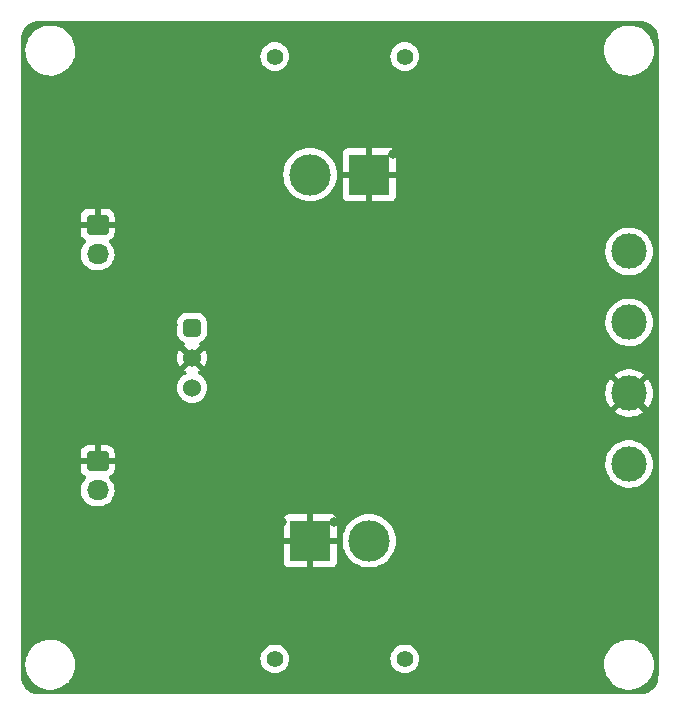
<source format=gbr>
G04 #@! TF.GenerationSoftware,KiCad,Pcbnew,(6.0.7)*
G04 #@! TF.CreationDate,2023-09-14T07:07:10+09:00*
G04 #@! TF.ProjectId,StepDown,53746570-446f-4776-9e2e-6b696361645f,rev?*
G04 #@! TF.SameCoordinates,Original*
G04 #@! TF.FileFunction,Copper,L2,Bot*
G04 #@! TF.FilePolarity,Positive*
%FSLAX46Y46*%
G04 Gerber Fmt 4.6, Leading zero omitted, Abs format (unit mm)*
G04 Created by KiCad (PCBNEW (6.0.7)) date 2023-09-14 07:07:10*
%MOMM*%
%LPD*%
G01*
G04 APERTURE LIST*
G04 Aperture macros list*
%AMRoundRect*
0 Rectangle with rounded corners*
0 $1 Rounding radius*
0 $2 $3 $4 $5 $6 $7 $8 $9 X,Y pos of 4 corners*
0 Add a 4 corners polygon primitive as box body*
4,1,4,$2,$3,$4,$5,$6,$7,$8,$9,$2,$3,0*
0 Add four circle primitives for the rounded corners*
1,1,$1+$1,$2,$3*
1,1,$1+$1,$4,$5*
1,1,$1+$1,$6,$7*
1,1,$1+$1,$8,$9*
0 Add four rect primitives between the rounded corners*
20,1,$1+$1,$2,$3,$4,$5,0*
20,1,$1+$1,$4,$5,$6,$7,0*
20,1,$1+$1,$6,$7,$8,$9,0*
20,1,$1+$1,$8,$9,$2,$3,0*%
G04 Aperture macros list end*
G04 #@! TA.AperFunction,ComponentPad*
%ADD10C,1.400000*%
G04 #@! TD*
G04 #@! TA.AperFunction,ComponentPad*
%ADD11R,3.500000X3.500000*%
G04 #@! TD*
G04 #@! TA.AperFunction,ComponentPad*
%ADD12C,3.500000*%
G04 #@! TD*
G04 #@! TA.AperFunction,ComponentPad*
%ADD13C,3.000000*%
G04 #@! TD*
G04 #@! TA.AperFunction,ComponentPad*
%ADD14RoundRect,0.250000X-0.675000X0.600000X-0.675000X-0.600000X0.675000X-0.600000X0.675000X0.600000X0*%
G04 #@! TD*
G04 #@! TA.AperFunction,ComponentPad*
%ADD15O,1.850000X1.700000*%
G04 #@! TD*
G04 #@! TA.AperFunction,ComponentPad*
%ADD16RoundRect,0.381000X-0.381000X-0.381000X0.381000X-0.381000X0.381000X0.381000X-0.381000X0.381000X0*%
G04 #@! TD*
G04 #@! TA.AperFunction,ComponentPad*
%ADD17C,1.524000*%
G04 #@! TD*
G04 #@! TA.AperFunction,ViaPad*
%ADD18C,0.800000*%
G04 #@! TD*
G04 APERTURE END LIST*
D10*
G04 #@! TO.P,J2,*
G04 #@! TO.N,*
X119000000Y-125500000D03*
X130000000Y-125500000D03*
D11*
G04 #@! TO.P,J2,1,Pin_1*
G04 #@! TO.N,GND*
X122000000Y-115500000D03*
D12*
G04 #@! TO.P,J2,2,Pin_2*
G04 #@! TO.N,+12V*
X127000000Y-115500000D03*
G04 #@! TD*
D13*
G04 #@! TO.P,H1,1,1*
G04 #@! TO.N,LED_Board*
X149000000Y-91000000D03*
G04 #@! TD*
D10*
G04 #@! TO.P,J1,*
G04 #@! TO.N,*
X130000000Y-74500000D03*
X119000000Y-74500000D03*
D11*
G04 #@! TO.P,J1,1,Pin_1*
G04 #@! TO.N,GND*
X127000000Y-84500000D03*
D12*
G04 #@! TO.P,J1,2,Pin_2*
G04 #@! TO.N,+12V*
X122000000Y-84500000D03*
G04 #@! TD*
D13*
G04 #@! TO.P,H2,1,1*
G04 #@! TO.N,+5V*
X149000000Y-97000000D03*
G04 #@! TD*
D14*
G04 #@! TO.P,J4,1,Pin_1*
G04 #@! TO.N,GND*
X104000000Y-88730000D03*
D15*
G04 #@! TO.P,J4,2,Pin_2*
G04 #@! TO.N,DOUT*
X104000000Y-91230000D03*
G04 #@! TD*
D14*
G04 #@! TO.P,J3,1,Pin_1*
G04 #@! TO.N,GND*
X104000000Y-108730000D03*
D15*
G04 #@! TO.P,J3,2,Pin_2*
G04 #@! TO.N,DIN*
X104000000Y-111230000D03*
G04 #@! TD*
D13*
G04 #@! TO.P,H4,1,1*
G04 #@! TO.N,DIN*
X149000000Y-109000000D03*
G04 #@! TD*
D16*
G04 #@! TO.P,SW1,1,A*
G04 #@! TO.N,Net-(MD1-Pad1)*
X112000000Y-97460000D03*
D17*
G04 #@! TO.P,SW1,2,B*
G04 #@! TO.N,GND*
X112000000Y-100000000D03*
G04 #@! TO.P,SW1,3,C*
G04 #@! TO.N,unconnected-(SW1-Pad3)*
X112000000Y-102540000D03*
G04 #@! TD*
D13*
G04 #@! TO.P,H3,1,1*
G04 #@! TO.N,GND*
X149000000Y-103000000D03*
G04 #@! TD*
D18*
G04 #@! TO.N,GND*
X144450510Y-81248704D03*
X148926993Y-111597472D03*
X138657811Y-109352973D03*
X114502153Y-105915985D03*
X110469854Y-101841241D03*
X128025275Y-110371659D03*
X112761898Y-104175730D03*
X102302376Y-90098539D03*
X128983495Y-82760227D03*
X109710149Y-108249396D03*
X101992618Y-72090477D03*
X134475876Y-84453321D03*
X151077648Y-116476396D03*
X114930915Y-113342827D03*
X97981542Y-75846882D03*
X112150751Y-115040637D03*
X112468013Y-85238558D03*
X105264135Y-121324607D03*
X138359617Y-87339598D03*
X141012445Y-84559434D03*
X109771249Y-117200245D03*
X120380820Y-106934671D03*
X140673960Y-99569343D03*
X138508175Y-78128978D03*
X139972536Y-94491623D03*
X133052883Y-100446544D03*
X105846554Y-87530601D03*
X105570660Y-92220802D03*
X141755237Y-79572117D03*
X135112555Y-93430491D03*
X124253411Y-72007992D03*
X129425969Y-114382735D03*
X139612829Y-104280765D03*
X111753284Y-72050437D03*
X97956423Y-116560748D03*
X137468639Y-127936614D03*
X110427409Y-97214708D03*
X116454635Y-101013558D03*
X110706535Y-82628175D03*
X136556771Y-103728977D03*
X133851909Y-87177968D03*
X124471509Y-88012725D03*
X150562626Y-88952517D03*
X131756148Y-108144361D03*
X147846130Y-94491623D03*
X147442900Y-89037408D03*
X98130100Y-99106880D03*
X117370440Y-76134051D03*
X146761496Y-127834397D03*
X134559316Y-115307993D03*
X136768997Y-107931057D03*
X105550515Y-103750200D03*
X117498853Y-120367516D03*
X151094269Y-98380875D03*
X129649829Y-93459866D03*
X143005881Y-112838996D03*
X143283266Y-85514452D03*
X113716916Y-99846314D03*
X119298467Y-91718048D03*
X150942353Y-123568649D03*
X105805186Y-109713758D03*
X124519232Y-108229251D03*
X124026115Y-76001922D03*
X106123651Y-79065054D03*
X102076845Y-127891350D03*
X98002764Y-88219673D03*
X130725109Y-86060243D03*
X118792356Y-79041551D03*
X150773362Y-107013385D03*
X116265373Y-123407863D03*
X146636441Y-79147664D03*
X150371623Y-83116295D03*
X120829728Y-81885383D03*
X147421678Y-84177427D03*
X134719398Y-90311843D03*
X117091313Y-107762353D03*
X130555328Y-88097616D03*
X140184762Y-81354817D03*
X112560822Y-127891350D03*
X135515785Y-81206259D03*
X137681570Y-101691605D03*
X114205036Y-97660384D03*
X147137452Y-72103494D03*
X123749939Y-82424100D03*
X139526861Y-89483083D03*
X131883484Y-106149434D03*
X116666861Y-103454160D03*
X102290274Y-110260447D03*
X124023223Y-113943674D03*
X150957525Y-75764397D03*
X129697553Y-107146897D03*
X117727992Y-89935348D03*
X105358434Y-97208119D03*
X135389526Y-120346293D03*
X110131495Y-90320713D03*
X129318778Y-79784343D03*
X136607259Y-123376029D03*
X119594769Y-113887080D03*
X97939097Y-107924881D03*
X114438485Y-93182410D03*
X130570913Y-76303832D03*
X148016989Y-99526897D03*
X98065768Y-124071277D03*
X134021870Y-72071660D03*
X144730260Y-121467860D03*
X143622828Y-90862554D03*
X105410000Y-112775328D03*
X124105930Y-127997463D03*
X126942921Y-118308921D03*
X124528102Y-91762056D03*
G04 #@! TD*
G04 #@! TA.AperFunction,Conductor*
G04 #@! TO.N,GND*
G36*
X149970018Y-71510000D02*
G01*
X149984851Y-71512310D01*
X149984855Y-71512310D01*
X149993724Y-71513691D01*
X150008981Y-71511696D01*
X150034302Y-71510953D01*
X150203285Y-71523039D01*
X150221064Y-71525596D01*
X150411392Y-71566999D01*
X150428641Y-71572063D01*
X150611150Y-71640136D01*
X150627502Y-71647604D01*
X150798458Y-71740952D01*
X150813582Y-71750672D01*
X150969514Y-71867402D01*
X150983100Y-71879175D01*
X151120825Y-72016900D01*
X151132598Y-72030486D01*
X151249328Y-72186418D01*
X151259048Y-72201542D01*
X151352396Y-72372498D01*
X151359864Y-72388850D01*
X151427937Y-72571359D01*
X151433001Y-72588607D01*
X151474404Y-72778936D01*
X151476961Y-72796715D01*
X151488171Y-72953448D01*
X151488540Y-72958601D01*
X151487793Y-72976565D01*
X151487692Y-72984845D01*
X151486309Y-72993724D01*
X151487474Y-73002630D01*
X151490436Y-73025283D01*
X151491500Y-73041621D01*
X151491500Y-126950633D01*
X151490000Y-126970018D01*
X151487690Y-126984851D01*
X151487690Y-126984855D01*
X151486309Y-126993724D01*
X151488136Y-127007693D01*
X151488304Y-127008976D01*
X151489047Y-127034302D01*
X151482299Y-127128663D01*
X151476962Y-127203279D01*
X151474404Y-127221064D01*
X151453769Y-127315924D01*
X151433001Y-127411392D01*
X151427937Y-127428641D01*
X151359864Y-127611150D01*
X151352396Y-127627502D01*
X151259048Y-127798458D01*
X151249328Y-127813582D01*
X151132598Y-127969514D01*
X151120825Y-127983100D01*
X150983100Y-128120825D01*
X150969514Y-128132598D01*
X150813582Y-128249328D01*
X150798458Y-128259048D01*
X150627502Y-128352396D01*
X150611150Y-128359864D01*
X150428641Y-128427937D01*
X150411393Y-128433001D01*
X150221064Y-128474404D01*
X150203285Y-128476961D01*
X150041395Y-128488540D01*
X150023435Y-128487793D01*
X150015155Y-128487692D01*
X150006276Y-128486309D01*
X149974714Y-128490436D01*
X149958379Y-128491500D01*
X99049367Y-128491500D01*
X99029982Y-128490000D01*
X99015149Y-128487690D01*
X99015145Y-128487690D01*
X99006276Y-128486309D01*
X98991019Y-128488304D01*
X98965698Y-128489047D01*
X98796715Y-128476961D01*
X98778936Y-128474404D01*
X98588607Y-128433001D01*
X98571359Y-128427937D01*
X98388850Y-128359864D01*
X98372498Y-128352396D01*
X98201542Y-128259048D01*
X98186418Y-128249328D01*
X98030486Y-128132598D01*
X98016900Y-128120825D01*
X97879175Y-127983100D01*
X97867402Y-127969514D01*
X97750672Y-127813582D01*
X97740952Y-127798458D01*
X97647604Y-127627502D01*
X97640136Y-127611150D01*
X97572063Y-127428641D01*
X97566999Y-127411392D01*
X97546231Y-127315924D01*
X97525596Y-127221064D01*
X97523038Y-127203278D01*
X97514176Y-127079357D01*
X97511719Y-127045011D01*
X97512805Y-127022245D01*
X97512334Y-127022203D01*
X97512770Y-127017345D01*
X97513576Y-127012552D01*
X97513729Y-127000000D01*
X97509773Y-126972376D01*
X97508500Y-126954514D01*
X97508500Y-125977869D01*
X97886689Y-125977869D01*
X97903238Y-126264883D01*
X97904063Y-126269088D01*
X97904064Y-126269096D01*
X97934731Y-126425406D01*
X97958586Y-126546995D01*
X97959973Y-126551045D01*
X97959974Y-126551050D01*
X98015298Y-126712637D01*
X98051710Y-126818986D01*
X98053637Y-126822817D01*
X98153939Y-127022245D01*
X98180885Y-127075822D01*
X98343721Y-127312750D01*
X98537206Y-127525388D01*
X98540501Y-127528143D01*
X98540502Y-127528144D01*
X98659334Y-127627502D01*
X98757759Y-127709798D01*
X99001298Y-127862571D01*
X99263318Y-127980877D01*
X99267437Y-127982097D01*
X99534857Y-128061311D01*
X99534862Y-128061312D01*
X99538970Y-128062529D01*
X99543204Y-128063177D01*
X99543209Y-128063178D01*
X99791811Y-128101219D01*
X99823153Y-128106015D01*
X99969485Y-128108314D01*
X100106317Y-128110464D01*
X100106323Y-128110464D01*
X100110608Y-128110531D01*
X100114860Y-128110016D01*
X100114868Y-128110016D01*
X100391756Y-128076508D01*
X100391761Y-128076507D01*
X100396017Y-128075992D01*
X100674097Y-128003039D01*
X100939704Y-127893021D01*
X101187922Y-127747974D01*
X101414159Y-127570582D01*
X101455285Y-127528144D01*
X101544118Y-127436475D01*
X101614227Y-127364128D01*
X101616760Y-127360680D01*
X101616764Y-127360675D01*
X101781887Y-127135886D01*
X101784425Y-127132431D01*
X101852152Y-127007693D01*
X101919554Y-126883555D01*
X101919555Y-126883553D01*
X101921604Y-126879779D01*
X102023225Y-126610848D01*
X102087407Y-126330613D01*
X102091597Y-126283671D01*
X102112743Y-126046726D01*
X102112743Y-126046724D01*
X102112963Y-126044260D01*
X102113427Y-126000000D01*
X102093873Y-125713175D01*
X102089336Y-125691264D01*
X102049727Y-125500000D01*
X117786884Y-125500000D01*
X117805314Y-125710655D01*
X117860044Y-125914910D01*
X117862366Y-125919891D01*
X117862367Y-125919892D01*
X117898566Y-125997520D01*
X117949411Y-126106558D01*
X118070699Y-126279776D01*
X118220224Y-126429301D01*
X118393442Y-126550589D01*
X118398420Y-126552910D01*
X118398423Y-126552912D01*
X118580108Y-126637633D01*
X118585090Y-126639956D01*
X118590398Y-126641378D01*
X118590400Y-126641379D01*
X118784030Y-126693262D01*
X118784032Y-126693262D01*
X118789345Y-126694686D01*
X119000000Y-126713116D01*
X119210655Y-126694686D01*
X119215968Y-126693262D01*
X119215970Y-126693262D01*
X119409600Y-126641379D01*
X119409602Y-126641378D01*
X119414910Y-126639956D01*
X119419892Y-126637633D01*
X119601577Y-126552912D01*
X119601580Y-126552910D01*
X119606558Y-126550589D01*
X119779776Y-126429301D01*
X119929301Y-126279776D01*
X120050589Y-126106558D01*
X120101435Y-125997520D01*
X120137633Y-125919892D01*
X120137634Y-125919891D01*
X120139956Y-125914910D01*
X120194686Y-125710655D01*
X120213116Y-125500000D01*
X128786884Y-125500000D01*
X128805314Y-125710655D01*
X128860044Y-125914910D01*
X128862366Y-125919891D01*
X128862367Y-125919892D01*
X128898566Y-125997520D01*
X128949411Y-126106558D01*
X129070699Y-126279776D01*
X129220224Y-126429301D01*
X129393442Y-126550589D01*
X129398420Y-126552910D01*
X129398423Y-126552912D01*
X129580108Y-126637633D01*
X129585090Y-126639956D01*
X129590398Y-126641378D01*
X129590400Y-126641379D01*
X129784030Y-126693262D01*
X129784032Y-126693262D01*
X129789345Y-126694686D01*
X130000000Y-126713116D01*
X130210655Y-126694686D01*
X130215968Y-126693262D01*
X130215970Y-126693262D01*
X130409600Y-126641379D01*
X130409602Y-126641378D01*
X130414910Y-126639956D01*
X130419892Y-126637633D01*
X130601577Y-126552912D01*
X130601580Y-126552910D01*
X130606558Y-126550589D01*
X130779776Y-126429301D01*
X130929301Y-126279776D01*
X131050589Y-126106558D01*
X131101435Y-125997520D01*
X131110598Y-125977869D01*
X146886689Y-125977869D01*
X146903238Y-126264883D01*
X146904063Y-126269088D01*
X146904064Y-126269096D01*
X146934731Y-126425406D01*
X146958586Y-126546995D01*
X146959973Y-126551045D01*
X146959974Y-126551050D01*
X147015298Y-126712637D01*
X147051710Y-126818986D01*
X147053637Y-126822817D01*
X147153939Y-127022245D01*
X147180885Y-127075822D01*
X147343721Y-127312750D01*
X147537206Y-127525388D01*
X147540501Y-127528143D01*
X147540502Y-127528144D01*
X147659334Y-127627502D01*
X147757759Y-127709798D01*
X148001298Y-127862571D01*
X148263318Y-127980877D01*
X148267437Y-127982097D01*
X148534857Y-128061311D01*
X148534862Y-128061312D01*
X148538970Y-128062529D01*
X148543204Y-128063177D01*
X148543209Y-128063178D01*
X148791811Y-128101219D01*
X148823153Y-128106015D01*
X148969485Y-128108314D01*
X149106317Y-128110464D01*
X149106323Y-128110464D01*
X149110608Y-128110531D01*
X149114860Y-128110016D01*
X149114868Y-128110016D01*
X149391756Y-128076508D01*
X149391761Y-128076507D01*
X149396017Y-128075992D01*
X149674097Y-128003039D01*
X149939704Y-127893021D01*
X150187922Y-127747974D01*
X150414159Y-127570582D01*
X150455285Y-127528144D01*
X150544118Y-127436475D01*
X150614227Y-127364128D01*
X150616760Y-127360680D01*
X150616764Y-127360675D01*
X150781887Y-127135886D01*
X150784425Y-127132431D01*
X150852152Y-127007693D01*
X150919554Y-126883555D01*
X150919555Y-126883553D01*
X150921604Y-126879779D01*
X151023225Y-126610848D01*
X151087407Y-126330613D01*
X151091597Y-126283671D01*
X151112743Y-126046726D01*
X151112743Y-126046724D01*
X151112963Y-126044260D01*
X151113427Y-126000000D01*
X151093873Y-125713175D01*
X151089336Y-125691264D01*
X151036443Y-125435855D01*
X151035574Y-125431658D01*
X150939607Y-125160657D01*
X150807750Y-124905188D01*
X150802996Y-124898423D01*
X150677755Y-124720224D01*
X150642441Y-124669977D01*
X150569606Y-124591597D01*
X150449661Y-124462521D01*
X150449658Y-124462519D01*
X150446740Y-124459378D01*
X150224268Y-124277287D01*
X149979142Y-124127073D01*
X149961048Y-124119130D01*
X149719830Y-124013243D01*
X149715898Y-124011517D01*
X149689963Y-124004129D01*
X149443534Y-123933932D01*
X149443535Y-123933932D01*
X149439406Y-123932756D01*
X149226704Y-123902485D01*
X149159036Y-123892854D01*
X149159034Y-123892854D01*
X149154784Y-123892249D01*
X149150495Y-123892227D01*
X149150488Y-123892226D01*
X148871583Y-123890765D01*
X148871576Y-123890765D01*
X148867297Y-123890743D01*
X148863053Y-123891302D01*
X148863049Y-123891302D01*
X148737660Y-123907810D01*
X148582266Y-123928268D01*
X148578126Y-123929401D01*
X148578124Y-123929401D01*
X148501311Y-123950415D01*
X148304964Y-124004129D01*
X148301016Y-124005813D01*
X148044476Y-124115237D01*
X148044472Y-124115239D01*
X148040524Y-124116923D01*
X147915960Y-124191473D01*
X147797521Y-124262357D01*
X147797517Y-124262360D01*
X147793839Y-124264561D01*
X147569472Y-124444313D01*
X147371577Y-124652851D01*
X147203814Y-124886317D01*
X147201805Y-124890112D01*
X147201804Y-124890113D01*
X147197404Y-124898423D01*
X147069288Y-125140392D01*
X146970489Y-125410373D01*
X146909245Y-125691264D01*
X146908909Y-125695534D01*
X146887196Y-125971428D01*
X146887195Y-125971428D01*
X146887196Y-125971430D01*
X146886689Y-125977869D01*
X131110598Y-125977869D01*
X131137633Y-125919892D01*
X131137634Y-125919891D01*
X131139956Y-125914910D01*
X131194686Y-125710655D01*
X131213116Y-125500000D01*
X131194686Y-125289345D01*
X131139956Y-125085090D01*
X131137633Y-125080108D01*
X131052912Y-124898423D01*
X131052910Y-124898420D01*
X131050589Y-124893442D01*
X130929301Y-124720224D01*
X130779776Y-124570699D01*
X130606558Y-124449411D01*
X130601580Y-124447090D01*
X130601577Y-124447088D01*
X130419892Y-124362367D01*
X130419891Y-124362366D01*
X130414910Y-124360044D01*
X130409602Y-124358622D01*
X130409600Y-124358621D01*
X130215970Y-124306738D01*
X130215968Y-124306738D01*
X130210655Y-124305314D01*
X130000000Y-124286884D01*
X129789345Y-124305314D01*
X129784032Y-124306738D01*
X129784030Y-124306738D01*
X129590400Y-124358621D01*
X129590398Y-124358622D01*
X129585090Y-124360044D01*
X129580109Y-124362366D01*
X129580108Y-124362367D01*
X129398423Y-124447088D01*
X129398420Y-124447090D01*
X129393442Y-124449411D01*
X129220224Y-124570699D01*
X129070699Y-124720224D01*
X128949411Y-124893442D01*
X128947090Y-124898420D01*
X128947088Y-124898423D01*
X128862367Y-125080108D01*
X128860044Y-125085090D01*
X128805314Y-125289345D01*
X128786884Y-125500000D01*
X120213116Y-125500000D01*
X120194686Y-125289345D01*
X120139956Y-125085090D01*
X120137633Y-125080108D01*
X120052912Y-124898423D01*
X120052910Y-124898420D01*
X120050589Y-124893442D01*
X119929301Y-124720224D01*
X119779776Y-124570699D01*
X119606558Y-124449411D01*
X119601580Y-124447090D01*
X119601577Y-124447088D01*
X119419892Y-124362367D01*
X119419891Y-124362366D01*
X119414910Y-124360044D01*
X119409602Y-124358622D01*
X119409600Y-124358621D01*
X119215970Y-124306738D01*
X119215968Y-124306738D01*
X119210655Y-124305314D01*
X119000000Y-124286884D01*
X118789345Y-124305314D01*
X118784032Y-124306738D01*
X118784030Y-124306738D01*
X118590400Y-124358621D01*
X118590398Y-124358622D01*
X118585090Y-124360044D01*
X118580109Y-124362366D01*
X118580108Y-124362367D01*
X118398423Y-124447088D01*
X118398420Y-124447090D01*
X118393442Y-124449411D01*
X118220224Y-124570699D01*
X118070699Y-124720224D01*
X117949411Y-124893442D01*
X117947090Y-124898420D01*
X117947088Y-124898423D01*
X117862367Y-125080108D01*
X117860044Y-125085090D01*
X117805314Y-125289345D01*
X117786884Y-125500000D01*
X102049727Y-125500000D01*
X102036443Y-125435855D01*
X102035574Y-125431658D01*
X101939607Y-125160657D01*
X101807750Y-124905188D01*
X101802996Y-124898423D01*
X101677755Y-124720224D01*
X101642441Y-124669977D01*
X101569606Y-124591597D01*
X101449661Y-124462521D01*
X101449658Y-124462519D01*
X101446740Y-124459378D01*
X101224268Y-124277287D01*
X100979142Y-124127073D01*
X100961048Y-124119130D01*
X100719830Y-124013243D01*
X100715898Y-124011517D01*
X100689963Y-124004129D01*
X100443534Y-123933932D01*
X100443535Y-123933932D01*
X100439406Y-123932756D01*
X100226704Y-123902485D01*
X100159036Y-123892854D01*
X100159034Y-123892854D01*
X100154784Y-123892249D01*
X100150495Y-123892227D01*
X100150488Y-123892226D01*
X99871583Y-123890765D01*
X99871576Y-123890765D01*
X99867297Y-123890743D01*
X99863053Y-123891302D01*
X99863049Y-123891302D01*
X99737660Y-123907810D01*
X99582266Y-123928268D01*
X99578126Y-123929401D01*
X99578124Y-123929401D01*
X99501311Y-123950415D01*
X99304964Y-124004129D01*
X99301016Y-124005813D01*
X99044476Y-124115237D01*
X99044472Y-124115239D01*
X99040524Y-124116923D01*
X98915960Y-124191473D01*
X98797521Y-124262357D01*
X98797517Y-124262360D01*
X98793839Y-124264561D01*
X98569472Y-124444313D01*
X98371577Y-124652851D01*
X98203814Y-124886317D01*
X98201805Y-124890112D01*
X98201804Y-124890113D01*
X98197404Y-124898423D01*
X98069288Y-125140392D01*
X97970489Y-125410373D01*
X97909245Y-125691264D01*
X97908909Y-125695534D01*
X97887196Y-125971428D01*
X97887195Y-125971428D01*
X97887196Y-125971430D01*
X97886689Y-125977869D01*
X97508500Y-125977869D01*
X97508500Y-117294669D01*
X119742001Y-117294669D01*
X119742371Y-117301490D01*
X119747895Y-117352352D01*
X119751521Y-117367604D01*
X119796676Y-117488054D01*
X119805214Y-117503649D01*
X119881715Y-117605724D01*
X119894276Y-117618285D01*
X119996351Y-117694786D01*
X120011946Y-117703324D01*
X120132394Y-117748478D01*
X120147649Y-117752105D01*
X120198514Y-117757631D01*
X120205328Y-117758000D01*
X121727885Y-117758000D01*
X121743124Y-117753525D01*
X121744329Y-117752135D01*
X121746000Y-117744452D01*
X121746000Y-117739884D01*
X122254000Y-117739884D01*
X122258475Y-117755123D01*
X122259865Y-117756328D01*
X122267548Y-117757999D01*
X123794669Y-117757999D01*
X123801490Y-117757629D01*
X123852352Y-117752105D01*
X123867604Y-117748479D01*
X123988054Y-117703324D01*
X124003649Y-117694786D01*
X124105724Y-117618285D01*
X124118285Y-117605724D01*
X124194786Y-117503649D01*
X124203324Y-117488054D01*
X124248478Y-117367606D01*
X124252105Y-117352351D01*
X124257631Y-117301486D01*
X124258000Y-117294672D01*
X124258000Y-115772115D01*
X124253525Y-115756876D01*
X124252135Y-115755671D01*
X124244452Y-115754000D01*
X122272115Y-115754000D01*
X122256876Y-115758475D01*
X122255671Y-115759865D01*
X122254000Y-115767548D01*
X122254000Y-117739884D01*
X121746000Y-117739884D01*
X121746000Y-115772115D01*
X121741525Y-115756876D01*
X121740135Y-115755671D01*
X121732452Y-115754000D01*
X119760116Y-115754000D01*
X119744877Y-115758475D01*
X119743672Y-115759865D01*
X119742001Y-115767548D01*
X119742001Y-117294669D01*
X97508500Y-117294669D01*
X97508500Y-115500000D01*
X124736654Y-115500000D01*
X124736924Y-115504119D01*
X124754190Y-115767548D01*
X124756017Y-115795426D01*
X124813776Y-116085797D01*
X124908941Y-116366145D01*
X125039885Y-116631673D01*
X125204367Y-116877838D01*
X125207081Y-116880932D01*
X125207085Y-116880938D01*
X125396864Y-117097338D01*
X125399573Y-117100427D01*
X125402662Y-117103136D01*
X125619062Y-117292915D01*
X125619068Y-117292919D01*
X125622162Y-117295633D01*
X125625588Y-117297922D01*
X125625593Y-117297926D01*
X125707048Y-117352352D01*
X125868327Y-117460115D01*
X125872026Y-117461939D01*
X125872031Y-117461942D01*
X125956605Y-117503649D01*
X126133855Y-117591059D01*
X126137760Y-117592384D01*
X126137761Y-117592385D01*
X126410290Y-117684896D01*
X126410294Y-117684897D01*
X126414203Y-117686224D01*
X126418247Y-117687028D01*
X126418253Y-117687030D01*
X126700535Y-117743180D01*
X126700541Y-117743181D01*
X126704574Y-117743983D01*
X126708679Y-117744252D01*
X126708686Y-117744253D01*
X126995881Y-117763076D01*
X127000000Y-117763346D01*
X127004119Y-117763076D01*
X127291314Y-117744253D01*
X127291321Y-117744252D01*
X127295426Y-117743983D01*
X127299459Y-117743181D01*
X127299465Y-117743180D01*
X127581747Y-117687030D01*
X127581753Y-117687028D01*
X127585797Y-117686224D01*
X127589706Y-117684897D01*
X127589710Y-117684896D01*
X127862239Y-117592385D01*
X127862240Y-117592384D01*
X127866145Y-117591059D01*
X128043395Y-117503649D01*
X128127969Y-117461942D01*
X128127974Y-117461939D01*
X128131673Y-117460115D01*
X128292952Y-117352352D01*
X128374407Y-117297926D01*
X128374412Y-117297922D01*
X128377838Y-117295633D01*
X128380932Y-117292919D01*
X128380938Y-117292915D01*
X128597338Y-117103136D01*
X128600427Y-117100427D01*
X128603136Y-117097338D01*
X128792915Y-116880938D01*
X128792919Y-116880932D01*
X128795633Y-116877838D01*
X128960115Y-116631673D01*
X129091059Y-116366145D01*
X129186224Y-116085797D01*
X129243983Y-115795426D01*
X129245811Y-115767548D01*
X129263076Y-115504119D01*
X129263346Y-115500000D01*
X129261992Y-115479340D01*
X129244253Y-115208686D01*
X129244252Y-115208679D01*
X129243983Y-115204574D01*
X129186224Y-114914203D01*
X129091059Y-114633855D01*
X128960115Y-114368327D01*
X128795633Y-114122162D01*
X128792919Y-114119068D01*
X128792915Y-114119062D01*
X128603136Y-113902662D01*
X128600427Y-113899573D01*
X128597338Y-113896864D01*
X128380938Y-113707085D01*
X128380932Y-113707081D01*
X128377838Y-113704367D01*
X128374412Y-113702078D01*
X128374407Y-113702074D01*
X128135106Y-113542179D01*
X128131673Y-113539885D01*
X128127974Y-113538061D01*
X128127969Y-113538058D01*
X127991687Y-113470852D01*
X127866145Y-113408941D01*
X127862239Y-113407615D01*
X127589710Y-113315104D01*
X127589706Y-113315103D01*
X127585797Y-113313776D01*
X127581753Y-113312972D01*
X127581747Y-113312970D01*
X127299465Y-113256820D01*
X127299459Y-113256819D01*
X127295426Y-113256017D01*
X127291321Y-113255748D01*
X127291314Y-113255747D01*
X127004119Y-113236924D01*
X127000000Y-113236654D01*
X126995881Y-113236924D01*
X126708686Y-113255747D01*
X126708679Y-113255748D01*
X126704574Y-113256017D01*
X126700541Y-113256819D01*
X126700535Y-113256820D01*
X126418253Y-113312970D01*
X126418247Y-113312972D01*
X126414203Y-113313776D01*
X126410294Y-113315103D01*
X126410290Y-113315104D01*
X126137761Y-113407615D01*
X126133855Y-113408941D01*
X126008313Y-113470852D01*
X125872031Y-113538058D01*
X125872026Y-113538061D01*
X125868327Y-113539885D01*
X125864894Y-113542179D01*
X125625593Y-113702074D01*
X125625588Y-113702078D01*
X125622162Y-113704367D01*
X125619068Y-113707081D01*
X125619062Y-113707085D01*
X125402662Y-113896864D01*
X125399573Y-113899573D01*
X125396864Y-113902662D01*
X125207085Y-114119062D01*
X125207081Y-114119068D01*
X125204367Y-114122162D01*
X125039885Y-114368327D01*
X124908941Y-114633855D01*
X124813776Y-114914203D01*
X124756017Y-115204574D01*
X124755748Y-115208679D01*
X124755747Y-115208686D01*
X124738008Y-115479340D01*
X124736654Y-115500000D01*
X97508500Y-115500000D01*
X97508500Y-115227885D01*
X119742000Y-115227885D01*
X119746475Y-115243124D01*
X119747865Y-115244329D01*
X119755548Y-115246000D01*
X121727885Y-115246000D01*
X121743124Y-115241525D01*
X121744329Y-115240135D01*
X121746000Y-115232452D01*
X121746000Y-115227885D01*
X122254000Y-115227885D01*
X122258475Y-115243124D01*
X122259865Y-115244329D01*
X122267548Y-115246000D01*
X124239884Y-115246000D01*
X124255123Y-115241525D01*
X124256328Y-115240135D01*
X124257999Y-115232452D01*
X124257999Y-113705331D01*
X124257629Y-113698510D01*
X124252105Y-113647648D01*
X124248479Y-113632396D01*
X124203324Y-113511946D01*
X124194786Y-113496351D01*
X124118285Y-113394276D01*
X124105724Y-113381715D01*
X124003649Y-113305214D01*
X123988054Y-113296676D01*
X123867606Y-113251522D01*
X123852351Y-113247895D01*
X123801486Y-113242369D01*
X123794672Y-113242000D01*
X122272115Y-113242000D01*
X122256876Y-113246475D01*
X122255671Y-113247865D01*
X122254000Y-113255548D01*
X122254000Y-115227885D01*
X121746000Y-115227885D01*
X121746000Y-113260116D01*
X121741525Y-113244877D01*
X121740135Y-113243672D01*
X121732452Y-113242001D01*
X120205331Y-113242001D01*
X120198510Y-113242371D01*
X120147648Y-113247895D01*
X120132396Y-113251521D01*
X120011946Y-113296676D01*
X119996351Y-113305214D01*
X119894276Y-113381715D01*
X119881715Y-113394276D01*
X119805214Y-113496351D01*
X119796676Y-113511946D01*
X119751522Y-113632394D01*
X119747895Y-113647649D01*
X119742369Y-113698514D01*
X119742000Y-113705328D01*
X119742000Y-115227885D01*
X97508500Y-115227885D01*
X97508500Y-111165774D01*
X102563102Y-111165774D01*
X102571751Y-111396158D01*
X102619093Y-111621791D01*
X102703776Y-111836221D01*
X102823377Y-112033317D01*
X102826874Y-112037347D01*
X102913438Y-112137103D01*
X102974477Y-112207445D01*
X102978608Y-112210832D01*
X103148627Y-112350240D01*
X103148633Y-112350244D01*
X103152755Y-112353624D01*
X103157391Y-112356263D01*
X103157394Y-112356265D01*
X103266422Y-112418327D01*
X103353114Y-112467675D01*
X103569825Y-112546337D01*
X103575074Y-112547286D01*
X103575077Y-112547287D01*
X103792608Y-112586623D01*
X103792615Y-112586624D01*
X103796692Y-112587361D01*
X103814414Y-112588197D01*
X103819356Y-112588430D01*
X103819363Y-112588430D01*
X103820844Y-112588500D01*
X104132890Y-112588500D01*
X104199809Y-112582822D01*
X104299409Y-112574371D01*
X104299413Y-112574370D01*
X104304720Y-112573920D01*
X104309875Y-112572582D01*
X104309881Y-112572581D01*
X104522703Y-112517343D01*
X104522707Y-112517342D01*
X104527872Y-112516001D01*
X104532738Y-112513809D01*
X104532741Y-112513808D01*
X104733202Y-112423507D01*
X104738075Y-112421312D01*
X104929319Y-112292559D01*
X105096135Y-112133424D01*
X105233754Y-111948458D01*
X105338240Y-111742949D01*
X105374321Y-111626752D01*
X105405024Y-111527871D01*
X105406607Y-111522773D01*
X105407308Y-111517484D01*
X105436198Y-111299511D01*
X105436198Y-111299506D01*
X105436898Y-111294226D01*
X105428249Y-111063842D01*
X105380907Y-110838209D01*
X105367746Y-110804883D01*
X105298185Y-110628744D01*
X105298184Y-110628742D01*
X105296224Y-110623779D01*
X105176623Y-110426683D01*
X105089755Y-110326576D01*
X105029023Y-110256588D01*
X105029021Y-110256586D01*
X105025523Y-110252555D01*
X104989471Y-110222994D01*
X104949476Y-110164334D01*
X104947545Y-110093364D01*
X104984290Y-110032616D01*
X105003059Y-110018416D01*
X105142807Y-109931937D01*
X105154208Y-109922901D01*
X105268739Y-109808171D01*
X105277751Y-109796760D01*
X105362816Y-109658757D01*
X105368963Y-109645576D01*
X105420138Y-109491290D01*
X105423005Y-109477914D01*
X105432672Y-109383562D01*
X105433000Y-109377146D01*
X105433000Y-109002115D01*
X105428525Y-108986876D01*
X105427135Y-108985671D01*
X105419452Y-108984000D01*
X102585116Y-108984000D01*
X102569877Y-108988475D01*
X102568672Y-108989865D01*
X102567001Y-108997548D01*
X102567001Y-109377095D01*
X102567338Y-109383614D01*
X102577257Y-109479206D01*
X102580149Y-109492600D01*
X102631588Y-109646784D01*
X102637761Y-109659962D01*
X102723063Y-109797807D01*
X102732099Y-109809208D01*
X102846829Y-109923739D01*
X102858243Y-109932753D01*
X102997713Y-110018723D01*
X103045207Y-110071495D01*
X103056631Y-110141566D01*
X103028357Y-110206690D01*
X103018574Y-110217149D01*
X102903865Y-110326576D01*
X102766246Y-110511542D01*
X102661760Y-110717051D01*
X102660178Y-110722145D01*
X102660177Y-110722148D01*
X102609559Y-110885164D01*
X102593393Y-110937227D01*
X102592692Y-110942516D01*
X102577304Y-111058623D01*
X102563102Y-111165774D01*
X97508500Y-111165774D01*
X97508500Y-108978918D01*
X146986917Y-108978918D01*
X147002682Y-109252320D01*
X147003507Y-109256525D01*
X147003508Y-109256533D01*
X147028441Y-109383614D01*
X147055405Y-109521053D01*
X147056792Y-109525103D01*
X147056793Y-109525108D01*
X147102964Y-109659962D01*
X147144112Y-109780144D01*
X147146039Y-109783975D01*
X147263950Y-110018416D01*
X147267160Y-110024799D01*
X147269586Y-110028328D01*
X147269589Y-110028334D01*
X147392171Y-110206690D01*
X147422274Y-110250490D01*
X147425161Y-110253663D01*
X147425162Y-110253664D01*
X147495399Y-110330854D01*
X147606582Y-110453043D01*
X147816675Y-110628707D01*
X147820316Y-110630991D01*
X148045024Y-110771951D01*
X148045028Y-110771953D01*
X148048664Y-110774234D01*
X148116544Y-110804883D01*
X148294345Y-110885164D01*
X148294349Y-110885166D01*
X148298257Y-110886930D01*
X148302377Y-110888150D01*
X148302376Y-110888150D01*
X148556723Y-110963491D01*
X148556727Y-110963492D01*
X148560836Y-110964709D01*
X148565070Y-110965357D01*
X148565075Y-110965358D01*
X148827298Y-111005483D01*
X148827300Y-111005483D01*
X148831540Y-111006132D01*
X148970912Y-111008322D01*
X149101071Y-111010367D01*
X149101077Y-111010367D01*
X149105362Y-111010434D01*
X149377235Y-110977534D01*
X149642127Y-110908041D01*
X149646087Y-110906401D01*
X149646092Y-110906399D01*
X149810716Y-110838209D01*
X149895136Y-110803241D01*
X150131582Y-110665073D01*
X150347089Y-110496094D01*
X150388809Y-110453043D01*
X150507218Y-110330854D01*
X150537669Y-110299431D01*
X150540202Y-110295983D01*
X150540206Y-110295978D01*
X150697257Y-110082178D01*
X150699795Y-110078723D01*
X150701841Y-110074955D01*
X150828418Y-109841830D01*
X150828419Y-109841828D01*
X150830468Y-109838054D01*
X150927269Y-109581877D01*
X150972689Y-109383562D01*
X150987449Y-109319117D01*
X150987450Y-109319113D01*
X150988407Y-109314933D01*
X151012751Y-109042161D01*
X151013193Y-109000000D01*
X150994567Y-108726778D01*
X150939032Y-108458612D01*
X150847617Y-108200465D01*
X150722013Y-107957112D01*
X150712040Y-107942921D01*
X150643279Y-107845084D01*
X150564545Y-107733057D01*
X150378125Y-107532445D01*
X150374810Y-107529731D01*
X150374806Y-107529728D01*
X150197814Y-107384862D01*
X150166205Y-107358990D01*
X149932704Y-107215901D01*
X149928768Y-107214173D01*
X149685873Y-107107549D01*
X149685869Y-107107548D01*
X149681945Y-107105825D01*
X149418566Y-107030800D01*
X149414324Y-107030196D01*
X149414318Y-107030195D01*
X149213834Y-107001662D01*
X149147443Y-106992213D01*
X149003589Y-106991460D01*
X148877877Y-106990802D01*
X148877871Y-106990802D01*
X148873591Y-106990780D01*
X148869347Y-106991339D01*
X148869343Y-106991339D01*
X148750302Y-107007011D01*
X148602078Y-107026525D01*
X148597938Y-107027658D01*
X148597936Y-107027658D01*
X148525008Y-107047609D01*
X148337928Y-107098788D01*
X148333980Y-107100472D01*
X148089982Y-107204546D01*
X148089978Y-107204548D01*
X148086030Y-107206232D01*
X148066125Y-107218145D01*
X147854725Y-107344664D01*
X147854721Y-107344667D01*
X147851043Y-107346868D01*
X147637318Y-107518094D01*
X147619283Y-107537099D01*
X147499580Y-107663240D01*
X147448808Y-107716742D01*
X147289002Y-107939136D01*
X147160857Y-108181161D01*
X147159385Y-108185184D01*
X147159383Y-108185188D01*
X147152314Y-108204506D01*
X147066743Y-108438337D01*
X147008404Y-108705907D01*
X146986917Y-108978918D01*
X97508500Y-108978918D01*
X97508500Y-108457885D01*
X102567000Y-108457885D01*
X102571475Y-108473124D01*
X102572865Y-108474329D01*
X102580548Y-108476000D01*
X103727885Y-108476000D01*
X103743124Y-108471525D01*
X103744329Y-108470135D01*
X103746000Y-108462452D01*
X103746000Y-108457885D01*
X104254000Y-108457885D01*
X104258475Y-108473124D01*
X104259865Y-108474329D01*
X104267548Y-108476000D01*
X105414884Y-108476000D01*
X105430123Y-108471525D01*
X105431328Y-108470135D01*
X105432999Y-108462452D01*
X105432999Y-108082905D01*
X105432662Y-108076386D01*
X105422743Y-107980794D01*
X105419851Y-107967400D01*
X105368412Y-107813216D01*
X105362239Y-107800038D01*
X105276937Y-107662193D01*
X105267901Y-107650792D01*
X105153171Y-107536261D01*
X105141760Y-107527249D01*
X105003757Y-107442184D01*
X104990576Y-107436037D01*
X104836290Y-107384862D01*
X104822914Y-107381995D01*
X104728562Y-107372328D01*
X104722145Y-107372000D01*
X104272115Y-107372000D01*
X104256876Y-107376475D01*
X104255671Y-107377865D01*
X104254000Y-107385548D01*
X104254000Y-108457885D01*
X103746000Y-108457885D01*
X103746000Y-107390116D01*
X103741525Y-107374877D01*
X103740135Y-107373672D01*
X103732452Y-107372001D01*
X103277905Y-107372001D01*
X103271386Y-107372338D01*
X103175794Y-107382257D01*
X103162400Y-107385149D01*
X103008216Y-107436588D01*
X102995038Y-107442761D01*
X102857193Y-107528063D01*
X102845792Y-107537099D01*
X102731261Y-107651829D01*
X102722249Y-107663240D01*
X102637184Y-107801243D01*
X102631037Y-107814424D01*
X102579862Y-107968710D01*
X102576995Y-107982086D01*
X102567328Y-108076438D01*
X102567000Y-108082855D01*
X102567000Y-108457885D01*
X97508500Y-108457885D01*
X97508500Y-104589654D01*
X147775618Y-104589654D01*
X147782673Y-104599627D01*
X147813679Y-104625551D01*
X147820598Y-104630579D01*
X148045272Y-104771515D01*
X148052807Y-104775556D01*
X148294520Y-104884694D01*
X148302551Y-104887680D01*
X148556832Y-104963002D01*
X148565184Y-104964869D01*
X148827340Y-105004984D01*
X148835874Y-105005700D01*
X149101045Y-105009867D01*
X149109596Y-105009418D01*
X149372883Y-104977557D01*
X149381284Y-104975955D01*
X149637824Y-104908653D01*
X149645926Y-104905926D01*
X149890949Y-104804434D01*
X149898617Y-104800628D01*
X150127598Y-104666822D01*
X150134679Y-104662009D01*
X150214655Y-104599301D01*
X150223125Y-104587442D01*
X150216608Y-104575818D01*
X149012812Y-103372022D01*
X148998868Y-103364408D01*
X148997035Y-103364539D01*
X148990420Y-103368790D01*
X147782910Y-104576300D01*
X147775618Y-104589654D01*
X97508500Y-104589654D01*
X97508500Y-102540000D01*
X110724647Y-102540000D01*
X110744022Y-102761463D01*
X110801560Y-102976196D01*
X110803882Y-102981177D01*
X110803883Y-102981178D01*
X110893186Y-103172689D01*
X110893189Y-103172694D01*
X110895512Y-103177676D01*
X110898668Y-103182183D01*
X110898669Y-103182185D01*
X110994495Y-103319038D01*
X111023023Y-103359781D01*
X111180219Y-103516977D01*
X111184727Y-103520134D01*
X111184730Y-103520136D01*
X111260495Y-103573187D01*
X111362323Y-103644488D01*
X111367305Y-103646811D01*
X111367310Y-103646814D01*
X111558822Y-103736117D01*
X111563804Y-103738440D01*
X111569112Y-103739862D01*
X111569114Y-103739863D01*
X111634949Y-103757503D01*
X111778537Y-103795978D01*
X112000000Y-103815353D01*
X112221463Y-103795978D01*
X112365051Y-103757503D01*
X112430886Y-103739863D01*
X112430888Y-103739862D01*
X112436196Y-103738440D01*
X112441178Y-103736117D01*
X112632690Y-103646814D01*
X112632695Y-103646811D01*
X112637677Y-103644488D01*
X112739505Y-103573187D01*
X112815270Y-103520136D01*
X112815273Y-103520134D01*
X112819781Y-103516977D01*
X112976977Y-103359781D01*
X113005506Y-103319038D01*
X113101331Y-103182185D01*
X113101332Y-103182183D01*
X113104488Y-103177676D01*
X113106811Y-103172694D01*
X113106814Y-103172689D01*
X113195172Y-102983204D01*
X146987665Y-102983204D01*
X147002932Y-103247969D01*
X147004005Y-103256470D01*
X147055065Y-103516722D01*
X147057276Y-103524974D01*
X147143184Y-103775894D01*
X147146499Y-103783779D01*
X147265664Y-104020713D01*
X147270020Y-104028079D01*
X147399347Y-104216250D01*
X147409601Y-104224594D01*
X147423342Y-104217448D01*
X148627978Y-103012812D01*
X148634356Y-103001132D01*
X149364408Y-103001132D01*
X149364539Y-103002965D01*
X149368790Y-103009580D01*
X150575730Y-104216520D01*
X150587939Y-104223187D01*
X150599439Y-104214497D01*
X150696831Y-104081913D01*
X150701418Y-104074685D01*
X150827962Y-103841621D01*
X150831530Y-103833827D01*
X150925271Y-103585750D01*
X150927748Y-103577544D01*
X150986954Y-103319038D01*
X150988294Y-103310577D01*
X151012031Y-103044616D01*
X151012277Y-103039677D01*
X151012666Y-103002485D01*
X151012523Y-102997519D01*
X150994362Y-102731123D01*
X150993201Y-102722649D01*
X150939419Y-102462944D01*
X150937120Y-102454709D01*
X150848588Y-102204705D01*
X150845191Y-102196854D01*
X150723550Y-101961178D01*
X150719122Y-101953866D01*
X150600031Y-101784417D01*
X150589509Y-101776037D01*
X150576121Y-101783089D01*
X149372022Y-102987188D01*
X149364408Y-103001132D01*
X148634356Y-103001132D01*
X148635592Y-102998868D01*
X148635461Y-102997035D01*
X148631210Y-102990420D01*
X147423814Y-101783024D01*
X147411804Y-101776466D01*
X147400064Y-101785434D01*
X147291935Y-101935911D01*
X147287418Y-101943196D01*
X147163325Y-102177567D01*
X147159839Y-102185395D01*
X147068700Y-102434446D01*
X147066311Y-102442670D01*
X147009812Y-102701795D01*
X147008563Y-102710250D01*
X146987754Y-102974653D01*
X146987665Y-102983204D01*
X113195172Y-102983204D01*
X113196117Y-102981178D01*
X113196118Y-102981177D01*
X113198440Y-102976196D01*
X113255978Y-102761463D01*
X113275353Y-102540000D01*
X113255978Y-102318537D01*
X113198440Y-102103804D01*
X113196117Y-102098822D01*
X113106814Y-101907311D01*
X113106811Y-101907306D01*
X113104488Y-101902324D01*
X113020999Y-101783089D01*
X112980136Y-101724730D01*
X112980134Y-101724727D01*
X112976977Y-101720219D01*
X112819781Y-101563023D01*
X112815273Y-101559866D01*
X112815270Y-101559864D01*
X112739505Y-101506813D01*
X112637677Y-101435512D01*
X112632695Y-101433189D01*
X112632690Y-101433186D01*
X112588328Y-101412500D01*
X147776584Y-101412500D01*
X147782980Y-101423770D01*
X148987188Y-102627978D01*
X149001132Y-102635592D01*
X149002965Y-102635461D01*
X149009580Y-102631210D01*
X150216604Y-101424186D01*
X150223795Y-101411017D01*
X150216473Y-101400780D01*
X150169233Y-101362115D01*
X150162261Y-101357160D01*
X149936122Y-101218582D01*
X149928552Y-101214624D01*
X149685704Y-101108022D01*
X149677644Y-101105120D01*
X149422592Y-101032467D01*
X149414214Y-101030685D01*
X149151656Y-100993318D01*
X149143111Y-100992691D01*
X148877908Y-100991302D01*
X148869374Y-100991839D01*
X148606433Y-101026456D01*
X148598035Y-101028149D01*
X148342238Y-101098127D01*
X148334143Y-101100946D01*
X148090199Y-101204997D01*
X148082577Y-101208881D01*
X147855013Y-101345075D01*
X147847981Y-101349962D01*
X147785053Y-101400377D01*
X147776584Y-101412500D01*
X112588328Y-101412500D01*
X112527035Y-101383919D01*
X112473750Y-101337002D01*
X112454289Y-101268725D01*
X112474831Y-101200765D01*
X112527035Y-101155529D01*
X112632445Y-101106376D01*
X112641931Y-101100898D01*
X112685764Y-101070207D01*
X112694139Y-101059729D01*
X112687071Y-101046281D01*
X112012812Y-100372022D01*
X111998868Y-100364408D01*
X111997035Y-100364539D01*
X111990420Y-100368790D01*
X111312207Y-101047003D01*
X111305777Y-101058777D01*
X111315074Y-101070793D01*
X111358069Y-101100898D01*
X111367555Y-101106376D01*
X111472965Y-101155529D01*
X111526250Y-101202446D01*
X111545711Y-101270723D01*
X111525169Y-101338683D01*
X111472965Y-101383919D01*
X111367311Y-101433186D01*
X111367306Y-101433189D01*
X111362324Y-101435512D01*
X111357817Y-101438668D01*
X111357815Y-101438669D01*
X111184730Y-101559864D01*
X111184727Y-101559866D01*
X111180219Y-101563023D01*
X111023023Y-101720219D01*
X111019866Y-101724727D01*
X111019864Y-101724730D01*
X110979001Y-101783089D01*
X110895512Y-101902324D01*
X110893189Y-101907306D01*
X110893186Y-101907311D01*
X110803883Y-102098822D01*
X110801560Y-102103804D01*
X110744022Y-102318537D01*
X110724647Y-102540000D01*
X97508500Y-102540000D01*
X97508500Y-100005475D01*
X110725628Y-100005475D01*
X110744038Y-100215896D01*
X110745941Y-100226691D01*
X110800609Y-100430715D01*
X110804355Y-100441007D01*
X110893623Y-100632441D01*
X110899103Y-100641932D01*
X110929794Y-100685765D01*
X110940271Y-100694140D01*
X110953718Y-100687072D01*
X111627978Y-100012812D01*
X111634356Y-100001132D01*
X112364408Y-100001132D01*
X112364539Y-100002965D01*
X112368790Y-100009580D01*
X113047003Y-100687793D01*
X113058777Y-100694223D01*
X113070793Y-100684926D01*
X113100897Y-100641932D01*
X113106377Y-100632441D01*
X113195645Y-100441007D01*
X113199391Y-100430715D01*
X113254059Y-100226691D01*
X113255962Y-100215896D01*
X113274372Y-100005475D01*
X113274372Y-99994525D01*
X113255962Y-99784104D01*
X113254059Y-99773309D01*
X113199391Y-99569285D01*
X113195645Y-99558993D01*
X113106377Y-99367559D01*
X113100897Y-99358068D01*
X113070206Y-99314235D01*
X113059729Y-99305860D01*
X113046282Y-99312928D01*
X112372022Y-99987188D01*
X112364408Y-100001132D01*
X111634356Y-100001132D01*
X111635592Y-99998868D01*
X111635461Y-99997035D01*
X111631210Y-99990420D01*
X110952997Y-99312207D01*
X110941223Y-99305777D01*
X110929207Y-99315074D01*
X110899103Y-99358068D01*
X110893623Y-99367559D01*
X110804355Y-99558993D01*
X110800609Y-99569285D01*
X110745941Y-99773309D01*
X110744038Y-99784104D01*
X110725628Y-99994525D01*
X110725628Y-100005475D01*
X97508500Y-100005475D01*
X97508500Y-97903258D01*
X110729500Y-97903258D01*
X110735612Y-97980915D01*
X110737105Y-97986488D01*
X110737106Y-97986492D01*
X110762745Y-98082178D01*
X110784006Y-98161524D01*
X110868893Y-98328125D01*
X110986564Y-98473436D01*
X111131875Y-98591107D01*
X111298476Y-98675994D01*
X111311018Y-98679355D01*
X111371641Y-98716304D01*
X111402665Y-98780164D01*
X111394238Y-98850658D01*
X111350680Y-98904276D01*
X111314234Y-98929796D01*
X111305860Y-98940271D01*
X111312928Y-98953718D01*
X111987188Y-99627978D01*
X112001132Y-99635592D01*
X112002965Y-99635461D01*
X112009580Y-99631210D01*
X112687793Y-98952997D01*
X112694223Y-98941223D01*
X112684926Y-98929207D01*
X112649320Y-98904275D01*
X112604991Y-98848818D01*
X112597682Y-98778199D01*
X112629712Y-98714838D01*
X112688982Y-98679355D01*
X112701524Y-98675994D01*
X112868125Y-98591107D01*
X113013436Y-98473436D01*
X113131107Y-98328125D01*
X113215994Y-98161524D01*
X113237255Y-98082178D01*
X113262894Y-97986492D01*
X113262895Y-97986488D01*
X113264388Y-97980915D01*
X113270500Y-97903258D01*
X113270500Y-97016742D01*
X113269183Y-97000000D01*
X113267523Y-96978918D01*
X146986917Y-96978918D01*
X147002682Y-97252320D01*
X147003507Y-97256525D01*
X147003508Y-97256533D01*
X147014127Y-97310657D01*
X147055405Y-97521053D01*
X147056792Y-97525103D01*
X147056793Y-97525108D01*
X147077605Y-97585895D01*
X147144112Y-97780144D01*
X147267160Y-98024799D01*
X147269586Y-98028328D01*
X147269589Y-98028334D01*
X147356748Y-98155150D01*
X147422274Y-98250490D01*
X147606582Y-98453043D01*
X147816675Y-98628707D01*
X147820316Y-98630991D01*
X148045024Y-98771951D01*
X148045028Y-98771953D01*
X148048664Y-98774234D01*
X148116544Y-98804883D01*
X148294345Y-98885164D01*
X148294349Y-98885166D01*
X148298257Y-98886930D01*
X148302377Y-98888150D01*
X148302376Y-98888150D01*
X148556723Y-98963491D01*
X148556727Y-98963492D01*
X148560836Y-98964709D01*
X148565070Y-98965357D01*
X148565075Y-98965358D01*
X148827298Y-99005483D01*
X148827300Y-99005483D01*
X148831540Y-99006132D01*
X148970912Y-99008322D01*
X149101071Y-99010367D01*
X149101077Y-99010367D01*
X149105362Y-99010434D01*
X149377235Y-98977534D01*
X149642127Y-98908041D01*
X149646087Y-98906401D01*
X149646092Y-98906399D01*
X149785104Y-98848818D01*
X149895136Y-98803241D01*
X150043911Y-98716304D01*
X150127879Y-98667237D01*
X150127880Y-98667236D01*
X150131582Y-98665073D01*
X150347089Y-98496094D01*
X150388809Y-98453043D01*
X150504891Y-98333255D01*
X150537669Y-98299431D01*
X150540202Y-98295983D01*
X150540206Y-98295978D01*
X150697257Y-98082178D01*
X150699795Y-98078723D01*
X150727154Y-98028334D01*
X150828418Y-97841830D01*
X150828419Y-97841828D01*
X150830468Y-97838054D01*
X150927269Y-97581877D01*
X150988407Y-97314933D01*
X151012751Y-97042161D01*
X151013018Y-97016742D01*
X151013167Y-97002484D01*
X151013167Y-97002483D01*
X151013193Y-97000000D01*
X151009433Y-96944841D01*
X150994859Y-96731055D01*
X150994858Y-96731049D01*
X150994567Y-96726778D01*
X150939032Y-96458612D01*
X150847617Y-96200465D01*
X150722013Y-95957112D01*
X150712040Y-95942921D01*
X150567008Y-95736562D01*
X150564545Y-95733057D01*
X150378125Y-95532445D01*
X150374810Y-95529731D01*
X150374806Y-95529728D01*
X150169523Y-95361706D01*
X150166205Y-95358990D01*
X149932704Y-95215901D01*
X149928768Y-95214173D01*
X149685873Y-95107549D01*
X149685869Y-95107548D01*
X149681945Y-95105825D01*
X149418566Y-95030800D01*
X149414324Y-95030196D01*
X149414318Y-95030195D01*
X149213834Y-95001662D01*
X149147443Y-94992213D01*
X149003589Y-94991460D01*
X148877877Y-94990802D01*
X148877871Y-94990802D01*
X148873591Y-94990780D01*
X148869347Y-94991339D01*
X148869343Y-94991339D01*
X148750302Y-95007011D01*
X148602078Y-95026525D01*
X148597938Y-95027658D01*
X148597936Y-95027658D01*
X148525008Y-95047609D01*
X148337928Y-95098788D01*
X148333980Y-95100472D01*
X148089982Y-95204546D01*
X148089978Y-95204548D01*
X148086030Y-95206232D01*
X148066125Y-95218145D01*
X147854725Y-95344664D01*
X147854721Y-95344667D01*
X147851043Y-95346868D01*
X147637318Y-95518094D01*
X147448808Y-95716742D01*
X147289002Y-95939136D01*
X147160857Y-96181161D01*
X147159385Y-96185184D01*
X147159383Y-96185188D01*
X147106794Y-96328893D01*
X147066743Y-96438337D01*
X147008404Y-96705907D01*
X146986917Y-96978918D01*
X113267523Y-96978918D01*
X113264841Y-96944841D01*
X113264388Y-96939085D01*
X113215994Y-96758476D01*
X113131107Y-96591875D01*
X113013436Y-96446564D01*
X112868125Y-96328893D01*
X112701524Y-96244006D01*
X112695150Y-96242298D01*
X112526492Y-96197106D01*
X112526488Y-96197105D01*
X112520915Y-96195612D01*
X112509534Y-96194716D01*
X112445714Y-96189693D01*
X112445706Y-96189693D01*
X112443258Y-96189500D01*
X111556742Y-96189500D01*
X111554294Y-96189693D01*
X111554286Y-96189693D01*
X111490466Y-96194716D01*
X111479085Y-96195612D01*
X111473512Y-96197105D01*
X111473508Y-96197106D01*
X111304850Y-96242298D01*
X111298476Y-96244006D01*
X111131875Y-96328893D01*
X110986564Y-96446564D01*
X110868893Y-96591875D01*
X110784006Y-96758476D01*
X110735612Y-96939085D01*
X110735159Y-96944841D01*
X110730818Y-97000000D01*
X110729500Y-97016742D01*
X110729500Y-97903258D01*
X97508500Y-97903258D01*
X97508500Y-91165774D01*
X102563102Y-91165774D01*
X102571751Y-91396158D01*
X102619093Y-91621791D01*
X102703776Y-91836221D01*
X102706543Y-91840780D01*
X102706544Y-91840783D01*
X102768998Y-91943703D01*
X102823377Y-92033317D01*
X102826874Y-92037347D01*
X102913438Y-92137103D01*
X102974477Y-92207445D01*
X102978608Y-92210832D01*
X103148627Y-92350240D01*
X103148633Y-92350244D01*
X103152755Y-92353624D01*
X103157391Y-92356263D01*
X103157394Y-92356265D01*
X103266422Y-92418327D01*
X103353114Y-92467675D01*
X103569825Y-92546337D01*
X103575074Y-92547286D01*
X103575077Y-92547287D01*
X103792608Y-92586623D01*
X103792615Y-92586624D01*
X103796692Y-92587361D01*
X103814414Y-92588197D01*
X103819356Y-92588430D01*
X103819363Y-92588430D01*
X103820844Y-92588500D01*
X104132890Y-92588500D01*
X104199809Y-92582822D01*
X104299409Y-92574371D01*
X104299413Y-92574370D01*
X104304720Y-92573920D01*
X104309875Y-92572582D01*
X104309881Y-92572581D01*
X104522703Y-92517343D01*
X104522707Y-92517342D01*
X104527872Y-92516001D01*
X104532738Y-92513809D01*
X104532741Y-92513808D01*
X104733202Y-92423507D01*
X104738075Y-92421312D01*
X104929319Y-92292559D01*
X104970092Y-92253664D01*
X105092278Y-92137103D01*
X105096135Y-92133424D01*
X105233754Y-91948458D01*
X105338240Y-91742949D01*
X105374321Y-91626752D01*
X105405024Y-91527871D01*
X105406607Y-91522773D01*
X105407393Y-91516846D01*
X105436198Y-91299511D01*
X105436198Y-91299506D01*
X105436898Y-91294226D01*
X105428249Y-91063842D01*
X105410430Y-90978918D01*
X146986917Y-90978918D01*
X147002682Y-91252320D01*
X147003507Y-91256525D01*
X147003508Y-91256533D01*
X147011940Y-91299511D01*
X147055405Y-91521053D01*
X147056792Y-91525103D01*
X147056793Y-91525108D01*
X147089895Y-91621791D01*
X147144112Y-91780144D01*
X147267160Y-92024799D01*
X147269586Y-92028328D01*
X147269589Y-92028334D01*
X147338876Y-92129146D01*
X147422274Y-92250490D01*
X147606582Y-92453043D01*
X147609877Y-92455798D01*
X147609878Y-92455799D01*
X147681879Y-92516001D01*
X147816675Y-92628707D01*
X147820316Y-92630991D01*
X148045024Y-92771951D01*
X148045028Y-92771953D01*
X148048664Y-92774234D01*
X148116544Y-92804883D01*
X148294345Y-92885164D01*
X148294349Y-92885166D01*
X148298257Y-92886930D01*
X148302377Y-92888150D01*
X148302376Y-92888150D01*
X148556723Y-92963491D01*
X148556727Y-92963492D01*
X148560836Y-92964709D01*
X148565070Y-92965357D01*
X148565075Y-92965358D01*
X148827298Y-93005483D01*
X148827300Y-93005483D01*
X148831540Y-93006132D01*
X148970912Y-93008322D01*
X149101071Y-93010367D01*
X149101077Y-93010367D01*
X149105362Y-93010434D01*
X149377235Y-92977534D01*
X149642127Y-92908041D01*
X149646087Y-92906401D01*
X149646092Y-92906399D01*
X149768631Y-92855641D01*
X149895136Y-92803241D01*
X150131582Y-92665073D01*
X150347089Y-92496094D01*
X150372864Y-92469497D01*
X150534686Y-92302509D01*
X150537669Y-92299431D01*
X150540202Y-92295983D01*
X150540206Y-92295978D01*
X150697257Y-92082178D01*
X150699795Y-92078723D01*
X150701841Y-92074955D01*
X150828418Y-91841830D01*
X150828419Y-91841828D01*
X150830468Y-91838054D01*
X150927269Y-91581877D01*
X150988407Y-91314933D01*
X150989784Y-91299511D01*
X151012531Y-91044627D01*
X151012531Y-91044625D01*
X151012751Y-91042161D01*
X151013193Y-91000000D01*
X151008566Y-90932129D01*
X150994859Y-90731055D01*
X150994858Y-90731049D01*
X150994567Y-90726778D01*
X150939032Y-90458612D01*
X150847617Y-90200465D01*
X150722013Y-89957112D01*
X150712040Y-89942921D01*
X150567008Y-89736562D01*
X150564545Y-89733057D01*
X150378125Y-89532445D01*
X150374810Y-89529731D01*
X150374806Y-89529728D01*
X150244069Y-89422721D01*
X150166205Y-89358990D01*
X149932704Y-89215901D01*
X149928768Y-89214173D01*
X149685873Y-89107549D01*
X149685869Y-89107548D01*
X149681945Y-89105825D01*
X149418566Y-89030800D01*
X149414324Y-89030196D01*
X149414318Y-89030195D01*
X149184928Y-88997548D01*
X149147443Y-88992213D01*
X149003589Y-88991460D01*
X148877877Y-88990802D01*
X148877871Y-88990802D01*
X148873591Y-88990780D01*
X148869347Y-88991339D01*
X148869343Y-88991339D01*
X148787492Y-89002115D01*
X148602078Y-89026525D01*
X148597938Y-89027658D01*
X148597936Y-89027658D01*
X148525008Y-89047609D01*
X148337928Y-89098788D01*
X148333980Y-89100472D01*
X148089982Y-89204546D01*
X148089978Y-89204548D01*
X148086030Y-89206232D01*
X148066125Y-89218145D01*
X147854725Y-89344664D01*
X147854721Y-89344667D01*
X147851043Y-89346868D01*
X147637318Y-89518094D01*
X147448808Y-89716742D01*
X147289002Y-89939136D01*
X147160857Y-90181161D01*
X147159385Y-90185184D01*
X147159383Y-90185188D01*
X147071008Y-90426683D01*
X147066743Y-90438337D01*
X147008404Y-90705907D01*
X146986917Y-90978918D01*
X105410430Y-90978918D01*
X105380907Y-90838209D01*
X105331181Y-90712296D01*
X105298185Y-90628744D01*
X105298184Y-90628742D01*
X105296224Y-90623779D01*
X105176623Y-90426683D01*
X105089755Y-90326576D01*
X105029023Y-90256588D01*
X105029021Y-90256586D01*
X105025523Y-90252555D01*
X104989471Y-90222994D01*
X104949476Y-90164334D01*
X104947545Y-90093364D01*
X104984290Y-90032616D01*
X105003059Y-90018416D01*
X105142807Y-89931937D01*
X105154208Y-89922901D01*
X105268739Y-89808171D01*
X105277751Y-89796760D01*
X105362816Y-89658757D01*
X105368963Y-89645576D01*
X105420138Y-89491290D01*
X105423005Y-89477914D01*
X105432672Y-89383562D01*
X105433000Y-89377146D01*
X105433000Y-89002115D01*
X105428525Y-88986876D01*
X105427135Y-88985671D01*
X105419452Y-88984000D01*
X102585116Y-88984000D01*
X102569877Y-88988475D01*
X102568672Y-88989865D01*
X102567001Y-88997548D01*
X102567001Y-89377095D01*
X102567338Y-89383614D01*
X102577257Y-89479206D01*
X102580149Y-89492600D01*
X102631588Y-89646784D01*
X102637761Y-89659962D01*
X102723063Y-89797807D01*
X102732099Y-89809208D01*
X102846829Y-89923739D01*
X102858243Y-89932753D01*
X102997713Y-90018723D01*
X103045207Y-90071495D01*
X103056631Y-90141566D01*
X103028357Y-90206690D01*
X103018574Y-90217149D01*
X102903865Y-90326576D01*
X102766246Y-90511542D01*
X102661760Y-90717051D01*
X102660178Y-90722145D01*
X102660177Y-90722148D01*
X102598115Y-90922020D01*
X102593393Y-90937227D01*
X102592692Y-90942516D01*
X102577304Y-91058623D01*
X102563102Y-91165774D01*
X97508500Y-91165774D01*
X97508500Y-88457885D01*
X102567000Y-88457885D01*
X102571475Y-88473124D01*
X102572865Y-88474329D01*
X102580548Y-88476000D01*
X103727885Y-88476000D01*
X103743124Y-88471525D01*
X103744329Y-88470135D01*
X103746000Y-88462452D01*
X103746000Y-88457885D01*
X104254000Y-88457885D01*
X104258475Y-88473124D01*
X104259865Y-88474329D01*
X104267548Y-88476000D01*
X105414884Y-88476000D01*
X105430123Y-88471525D01*
X105431328Y-88470135D01*
X105432999Y-88462452D01*
X105432999Y-88082905D01*
X105432662Y-88076386D01*
X105422743Y-87980794D01*
X105419851Y-87967400D01*
X105368412Y-87813216D01*
X105362239Y-87800038D01*
X105276937Y-87662193D01*
X105267901Y-87650792D01*
X105153171Y-87536261D01*
X105141760Y-87527249D01*
X105003757Y-87442184D01*
X104990576Y-87436037D01*
X104836290Y-87384862D01*
X104822914Y-87381995D01*
X104728562Y-87372328D01*
X104722145Y-87372000D01*
X104272115Y-87372000D01*
X104256876Y-87376475D01*
X104255671Y-87377865D01*
X104254000Y-87385548D01*
X104254000Y-88457885D01*
X103746000Y-88457885D01*
X103746000Y-87390116D01*
X103741525Y-87374877D01*
X103740135Y-87373672D01*
X103732452Y-87372001D01*
X103277905Y-87372001D01*
X103271386Y-87372338D01*
X103175794Y-87382257D01*
X103162400Y-87385149D01*
X103008216Y-87436588D01*
X102995038Y-87442761D01*
X102857193Y-87528063D01*
X102845792Y-87537099D01*
X102731261Y-87651829D01*
X102722249Y-87663240D01*
X102637184Y-87801243D01*
X102631037Y-87814424D01*
X102579862Y-87968710D01*
X102576995Y-87982086D01*
X102567328Y-88076438D01*
X102567000Y-88082855D01*
X102567000Y-88457885D01*
X97508500Y-88457885D01*
X97508500Y-84500000D01*
X119736654Y-84500000D01*
X119736924Y-84504119D01*
X119754190Y-84767548D01*
X119756017Y-84795426D01*
X119813776Y-85085797D01*
X119908941Y-85366145D01*
X120039885Y-85631673D01*
X120204367Y-85877838D01*
X120207081Y-85880932D01*
X120207085Y-85880938D01*
X120396864Y-86097338D01*
X120399573Y-86100427D01*
X120402662Y-86103136D01*
X120619062Y-86292915D01*
X120619068Y-86292919D01*
X120622162Y-86295633D01*
X120625588Y-86297922D01*
X120625593Y-86297926D01*
X120707048Y-86352352D01*
X120868327Y-86460115D01*
X120872026Y-86461939D01*
X120872031Y-86461942D01*
X120956605Y-86503649D01*
X121133855Y-86591059D01*
X121137760Y-86592384D01*
X121137761Y-86592385D01*
X121410290Y-86684896D01*
X121410294Y-86684897D01*
X121414203Y-86686224D01*
X121418247Y-86687028D01*
X121418253Y-86687030D01*
X121700535Y-86743180D01*
X121700541Y-86743181D01*
X121704574Y-86743983D01*
X121708679Y-86744252D01*
X121708686Y-86744253D01*
X121995881Y-86763076D01*
X122000000Y-86763346D01*
X122004119Y-86763076D01*
X122291314Y-86744253D01*
X122291321Y-86744252D01*
X122295426Y-86743983D01*
X122299459Y-86743181D01*
X122299465Y-86743180D01*
X122581747Y-86687030D01*
X122581753Y-86687028D01*
X122585797Y-86686224D01*
X122589706Y-86684897D01*
X122589710Y-86684896D01*
X122862239Y-86592385D01*
X122862240Y-86592384D01*
X122866145Y-86591059D01*
X123043395Y-86503649D01*
X123127969Y-86461942D01*
X123127974Y-86461939D01*
X123131673Y-86460115D01*
X123292952Y-86352352D01*
X123374407Y-86297926D01*
X123374412Y-86297922D01*
X123377838Y-86295633D01*
X123378937Y-86294669D01*
X124742001Y-86294669D01*
X124742371Y-86301490D01*
X124747895Y-86352352D01*
X124751521Y-86367604D01*
X124796676Y-86488054D01*
X124805214Y-86503649D01*
X124881715Y-86605724D01*
X124894276Y-86618285D01*
X124996351Y-86694786D01*
X125011946Y-86703324D01*
X125132394Y-86748478D01*
X125147649Y-86752105D01*
X125198514Y-86757631D01*
X125205328Y-86758000D01*
X126727885Y-86758000D01*
X126743124Y-86753525D01*
X126744329Y-86752135D01*
X126746000Y-86744452D01*
X126746000Y-86739884D01*
X127254000Y-86739884D01*
X127258475Y-86755123D01*
X127259865Y-86756328D01*
X127267548Y-86757999D01*
X128794669Y-86757999D01*
X128801490Y-86757629D01*
X128852352Y-86752105D01*
X128867604Y-86748479D01*
X128988054Y-86703324D01*
X129003649Y-86694786D01*
X129105724Y-86618285D01*
X129118285Y-86605724D01*
X129194786Y-86503649D01*
X129203324Y-86488054D01*
X129248478Y-86367606D01*
X129252105Y-86352351D01*
X129257631Y-86301486D01*
X129258000Y-86294672D01*
X129258000Y-84772115D01*
X129253525Y-84756876D01*
X129252135Y-84755671D01*
X129244452Y-84754000D01*
X127272115Y-84754000D01*
X127256876Y-84758475D01*
X127255671Y-84759865D01*
X127254000Y-84767548D01*
X127254000Y-86739884D01*
X126746000Y-86739884D01*
X126746000Y-84772115D01*
X126741525Y-84756876D01*
X126740135Y-84755671D01*
X126732452Y-84754000D01*
X124760116Y-84754000D01*
X124744877Y-84758475D01*
X124743672Y-84759865D01*
X124742001Y-84767548D01*
X124742001Y-86294669D01*
X123378937Y-86294669D01*
X123380932Y-86292919D01*
X123380938Y-86292915D01*
X123597338Y-86103136D01*
X123600427Y-86100427D01*
X123603136Y-86097338D01*
X123792915Y-85880938D01*
X123792919Y-85880932D01*
X123795633Y-85877838D01*
X123960115Y-85631673D01*
X124091059Y-85366145D01*
X124186224Y-85085797D01*
X124243983Y-84795426D01*
X124245811Y-84767548D01*
X124263076Y-84504119D01*
X124263346Y-84500000D01*
X124261992Y-84479340D01*
X124245511Y-84227885D01*
X124742000Y-84227885D01*
X124746475Y-84243124D01*
X124747865Y-84244329D01*
X124755548Y-84246000D01*
X126727885Y-84246000D01*
X126743124Y-84241525D01*
X126744329Y-84240135D01*
X126746000Y-84232452D01*
X126746000Y-84227885D01*
X127254000Y-84227885D01*
X127258475Y-84243124D01*
X127259865Y-84244329D01*
X127267548Y-84246000D01*
X129239884Y-84246000D01*
X129255123Y-84241525D01*
X129256328Y-84240135D01*
X129257999Y-84232452D01*
X129257999Y-82705331D01*
X129257629Y-82698510D01*
X129252105Y-82647648D01*
X129248479Y-82632396D01*
X129203324Y-82511946D01*
X129194786Y-82496351D01*
X129118285Y-82394276D01*
X129105724Y-82381715D01*
X129003649Y-82305214D01*
X128988054Y-82296676D01*
X128867606Y-82251522D01*
X128852351Y-82247895D01*
X128801486Y-82242369D01*
X128794672Y-82242000D01*
X127272115Y-82242000D01*
X127256876Y-82246475D01*
X127255671Y-82247865D01*
X127254000Y-82255548D01*
X127254000Y-84227885D01*
X126746000Y-84227885D01*
X126746000Y-82260116D01*
X126741525Y-82244877D01*
X126740135Y-82243672D01*
X126732452Y-82242001D01*
X125205331Y-82242001D01*
X125198510Y-82242371D01*
X125147648Y-82247895D01*
X125132396Y-82251521D01*
X125011946Y-82296676D01*
X124996351Y-82305214D01*
X124894276Y-82381715D01*
X124881715Y-82394276D01*
X124805214Y-82496351D01*
X124796676Y-82511946D01*
X124751522Y-82632394D01*
X124747895Y-82647649D01*
X124742369Y-82698514D01*
X124742000Y-82705328D01*
X124742000Y-84227885D01*
X124245511Y-84227885D01*
X124244253Y-84208686D01*
X124244252Y-84208679D01*
X124243983Y-84204574D01*
X124186224Y-83914203D01*
X124091059Y-83633855D01*
X123960115Y-83368327D01*
X123795633Y-83122162D01*
X123792919Y-83119068D01*
X123792915Y-83119062D01*
X123603136Y-82902662D01*
X123600427Y-82899573D01*
X123597338Y-82896864D01*
X123380938Y-82707085D01*
X123380932Y-82707081D01*
X123377838Y-82704367D01*
X123374412Y-82702078D01*
X123374407Y-82702074D01*
X123135106Y-82542179D01*
X123131673Y-82539885D01*
X123127974Y-82538061D01*
X123127969Y-82538058D01*
X122991687Y-82470852D01*
X122866145Y-82408941D01*
X122862239Y-82407615D01*
X122589710Y-82315104D01*
X122589706Y-82315103D01*
X122585797Y-82313776D01*
X122581753Y-82312972D01*
X122581747Y-82312970D01*
X122299465Y-82256820D01*
X122299459Y-82256819D01*
X122295426Y-82256017D01*
X122291321Y-82255748D01*
X122291314Y-82255747D01*
X122004119Y-82236924D01*
X122000000Y-82236654D01*
X121995881Y-82236924D01*
X121708686Y-82255747D01*
X121708679Y-82255748D01*
X121704574Y-82256017D01*
X121700541Y-82256819D01*
X121700535Y-82256820D01*
X121418253Y-82312970D01*
X121418247Y-82312972D01*
X121414203Y-82313776D01*
X121410294Y-82315103D01*
X121410290Y-82315104D01*
X121137761Y-82407615D01*
X121133855Y-82408941D01*
X121008313Y-82470852D01*
X120872031Y-82538058D01*
X120872026Y-82538061D01*
X120868327Y-82539885D01*
X120864894Y-82542179D01*
X120625593Y-82702074D01*
X120625588Y-82702078D01*
X120622162Y-82704367D01*
X120619068Y-82707081D01*
X120619062Y-82707085D01*
X120402662Y-82896864D01*
X120399573Y-82899573D01*
X120396864Y-82902662D01*
X120207085Y-83119062D01*
X120207081Y-83119068D01*
X120204367Y-83122162D01*
X120039885Y-83368327D01*
X119908941Y-83633855D01*
X119813776Y-83914203D01*
X119756017Y-84204574D01*
X119755748Y-84208679D01*
X119755747Y-84208686D01*
X119738008Y-84479340D01*
X119736654Y-84500000D01*
X97508500Y-84500000D01*
X97508500Y-73977869D01*
X97886689Y-73977869D01*
X97903238Y-74264883D01*
X97904063Y-74269088D01*
X97904064Y-74269096D01*
X97936010Y-74431921D01*
X97958586Y-74546995D01*
X97959973Y-74551045D01*
X97959974Y-74551050D01*
X98016439Y-74715970D01*
X98051710Y-74818986D01*
X98053637Y-74822817D01*
X98141310Y-74997135D01*
X98180885Y-75075822D01*
X98343721Y-75312750D01*
X98537206Y-75525388D01*
X98540501Y-75528143D01*
X98540502Y-75528144D01*
X98591258Y-75570582D01*
X98757759Y-75709798D01*
X99001298Y-75862571D01*
X99263318Y-75980877D01*
X99267437Y-75982097D01*
X99534857Y-76061311D01*
X99534862Y-76061312D01*
X99538970Y-76062529D01*
X99543204Y-76063177D01*
X99543209Y-76063178D01*
X99791811Y-76101219D01*
X99823153Y-76106015D01*
X99969485Y-76108314D01*
X100106317Y-76110464D01*
X100106323Y-76110464D01*
X100110608Y-76110531D01*
X100114860Y-76110016D01*
X100114868Y-76110016D01*
X100391756Y-76076508D01*
X100391761Y-76076507D01*
X100396017Y-76075992D01*
X100674097Y-76003039D01*
X100939704Y-75893021D01*
X101187922Y-75747974D01*
X101414159Y-75570582D01*
X101431283Y-75552912D01*
X101611244Y-75367206D01*
X101614227Y-75364128D01*
X101616760Y-75360680D01*
X101616764Y-75360675D01*
X101781887Y-75135886D01*
X101784425Y-75132431D01*
X101798473Y-75106558D01*
X101919554Y-74883555D01*
X101919555Y-74883553D01*
X101921604Y-74879779D01*
X102023225Y-74610848D01*
X102048612Y-74500000D01*
X117786884Y-74500000D01*
X117805314Y-74710655D01*
X117806738Y-74715968D01*
X117806738Y-74715970D01*
X117850631Y-74879779D01*
X117860044Y-74914910D01*
X117862366Y-74919891D01*
X117862367Y-74919892D01*
X117941692Y-75090004D01*
X117949411Y-75106558D01*
X118070699Y-75279776D01*
X118220224Y-75429301D01*
X118393442Y-75550589D01*
X118398420Y-75552910D01*
X118398423Y-75552912D01*
X118442002Y-75573233D01*
X118585090Y-75639956D01*
X118590398Y-75641378D01*
X118590400Y-75641379D01*
X118784030Y-75693262D01*
X118784032Y-75693262D01*
X118789345Y-75694686D01*
X119000000Y-75713116D01*
X119210655Y-75694686D01*
X119215968Y-75693262D01*
X119215970Y-75693262D01*
X119409600Y-75641379D01*
X119409602Y-75641378D01*
X119414910Y-75639956D01*
X119557998Y-75573233D01*
X119601577Y-75552912D01*
X119601580Y-75552910D01*
X119606558Y-75550589D01*
X119779776Y-75429301D01*
X119929301Y-75279776D01*
X120050589Y-75106558D01*
X120058309Y-75090004D01*
X120137633Y-74919892D01*
X120137634Y-74919891D01*
X120139956Y-74914910D01*
X120149370Y-74879779D01*
X120193262Y-74715970D01*
X120193262Y-74715968D01*
X120194686Y-74710655D01*
X120213116Y-74500000D01*
X128786884Y-74500000D01*
X128805314Y-74710655D01*
X128806738Y-74715968D01*
X128806738Y-74715970D01*
X128850631Y-74879779D01*
X128860044Y-74914910D01*
X128862366Y-74919891D01*
X128862367Y-74919892D01*
X128941692Y-75090004D01*
X128949411Y-75106558D01*
X129070699Y-75279776D01*
X129220224Y-75429301D01*
X129393442Y-75550589D01*
X129398420Y-75552910D01*
X129398423Y-75552912D01*
X129442002Y-75573233D01*
X129585090Y-75639956D01*
X129590398Y-75641378D01*
X129590400Y-75641379D01*
X129784030Y-75693262D01*
X129784032Y-75693262D01*
X129789345Y-75694686D01*
X130000000Y-75713116D01*
X130210655Y-75694686D01*
X130215968Y-75693262D01*
X130215970Y-75693262D01*
X130409600Y-75641379D01*
X130409602Y-75641378D01*
X130414910Y-75639956D01*
X130557998Y-75573233D01*
X130601577Y-75552912D01*
X130601580Y-75552910D01*
X130606558Y-75550589D01*
X130779776Y-75429301D01*
X130929301Y-75279776D01*
X131050589Y-75106558D01*
X131058309Y-75090004D01*
X131137633Y-74919892D01*
X131137634Y-74919891D01*
X131139956Y-74914910D01*
X131149370Y-74879779D01*
X131193262Y-74715970D01*
X131193262Y-74715968D01*
X131194686Y-74710655D01*
X131213116Y-74500000D01*
X131194686Y-74289345D01*
X131189260Y-74269096D01*
X131141379Y-74090400D01*
X131141378Y-74090398D01*
X131139956Y-74085090D01*
X131100278Y-74000000D01*
X131089958Y-73977869D01*
X146886689Y-73977869D01*
X146903238Y-74264883D01*
X146904063Y-74269088D01*
X146904064Y-74269096D01*
X146936010Y-74431921D01*
X146958586Y-74546995D01*
X146959973Y-74551045D01*
X146959974Y-74551050D01*
X147016439Y-74715970D01*
X147051710Y-74818986D01*
X147053637Y-74822817D01*
X147141310Y-74997135D01*
X147180885Y-75075822D01*
X147343721Y-75312750D01*
X147537206Y-75525388D01*
X147540501Y-75528143D01*
X147540502Y-75528144D01*
X147591258Y-75570582D01*
X147757759Y-75709798D01*
X148001298Y-75862571D01*
X148263318Y-75980877D01*
X148267437Y-75982097D01*
X148534857Y-76061311D01*
X148534862Y-76061312D01*
X148538970Y-76062529D01*
X148543204Y-76063177D01*
X148543209Y-76063178D01*
X148791811Y-76101219D01*
X148823153Y-76106015D01*
X148969485Y-76108314D01*
X149106317Y-76110464D01*
X149106323Y-76110464D01*
X149110608Y-76110531D01*
X149114860Y-76110016D01*
X149114868Y-76110016D01*
X149391756Y-76076508D01*
X149391761Y-76076507D01*
X149396017Y-76075992D01*
X149674097Y-76003039D01*
X149939704Y-75893021D01*
X150187922Y-75747974D01*
X150414159Y-75570582D01*
X150431283Y-75552912D01*
X150611244Y-75367206D01*
X150614227Y-75364128D01*
X150616760Y-75360680D01*
X150616764Y-75360675D01*
X150781887Y-75135886D01*
X150784425Y-75132431D01*
X150798473Y-75106558D01*
X150919554Y-74883555D01*
X150919555Y-74883553D01*
X150921604Y-74879779D01*
X151023225Y-74610848D01*
X151087407Y-74330613D01*
X151091565Y-74284030D01*
X151112743Y-74046726D01*
X151112743Y-74046724D01*
X151112963Y-74044260D01*
X151113427Y-74000000D01*
X151106163Y-73893442D01*
X151094165Y-73717452D01*
X151094164Y-73717446D01*
X151093873Y-73713175D01*
X151089336Y-73691264D01*
X151036443Y-73435855D01*
X151035574Y-73431658D01*
X150939607Y-73160657D01*
X150807750Y-72905188D01*
X150794488Y-72886317D01*
X150644904Y-72673482D01*
X150642441Y-72669977D01*
X150446740Y-72459378D01*
X150224268Y-72277287D01*
X149979142Y-72127073D01*
X149961048Y-72119130D01*
X149719830Y-72013243D01*
X149715898Y-72011517D01*
X149689963Y-72004129D01*
X149443534Y-71933932D01*
X149443535Y-71933932D01*
X149439406Y-71932756D01*
X149226704Y-71902485D01*
X149159036Y-71892854D01*
X149159034Y-71892854D01*
X149154784Y-71892249D01*
X149150495Y-71892227D01*
X149150488Y-71892226D01*
X148871583Y-71890765D01*
X148871576Y-71890765D01*
X148867297Y-71890743D01*
X148863053Y-71891302D01*
X148863049Y-71891302D01*
X148737660Y-71907810D01*
X148582266Y-71928268D01*
X148578126Y-71929401D01*
X148578124Y-71929401D01*
X148501311Y-71950415D01*
X148304964Y-72004129D01*
X148301016Y-72005813D01*
X148044476Y-72115237D01*
X148044472Y-72115239D01*
X148040524Y-72116923D01*
X147924406Y-72186418D01*
X147797521Y-72262357D01*
X147797517Y-72262360D01*
X147793839Y-72264561D01*
X147569472Y-72444313D01*
X147452372Y-72567711D01*
X147440904Y-72579796D01*
X147371577Y-72652851D01*
X147203814Y-72886317D01*
X147069288Y-73140392D01*
X147067813Y-73144423D01*
X146989428Y-73358621D01*
X146970489Y-73410373D01*
X146909245Y-73691264D01*
X146908909Y-73695534D01*
X146887196Y-73971428D01*
X146887195Y-73971428D01*
X146887196Y-73971430D01*
X146886689Y-73977869D01*
X131089958Y-73977869D01*
X131052912Y-73898423D01*
X131052910Y-73898420D01*
X131050589Y-73893442D01*
X130929301Y-73720224D01*
X130779776Y-73570699D01*
X130606558Y-73449411D01*
X130601580Y-73447090D01*
X130601577Y-73447088D01*
X130419892Y-73362367D01*
X130419891Y-73362366D01*
X130414910Y-73360044D01*
X130409602Y-73358622D01*
X130409600Y-73358621D01*
X130215970Y-73306738D01*
X130215968Y-73306738D01*
X130210655Y-73305314D01*
X130000000Y-73286884D01*
X129789345Y-73305314D01*
X129784032Y-73306738D01*
X129784030Y-73306738D01*
X129590400Y-73358621D01*
X129590398Y-73358622D01*
X129585090Y-73360044D01*
X129580109Y-73362366D01*
X129580108Y-73362367D01*
X129398423Y-73447088D01*
X129398420Y-73447090D01*
X129393442Y-73449411D01*
X129220224Y-73570699D01*
X129070699Y-73720224D01*
X128949411Y-73893442D01*
X128947090Y-73898420D01*
X128947088Y-73898423D01*
X128899722Y-74000000D01*
X128860044Y-74085090D01*
X128858622Y-74090398D01*
X128858621Y-74090400D01*
X128810740Y-74269096D01*
X128805314Y-74289345D01*
X128786884Y-74500000D01*
X120213116Y-74500000D01*
X120194686Y-74289345D01*
X120189260Y-74269096D01*
X120141379Y-74090400D01*
X120141378Y-74090398D01*
X120139956Y-74085090D01*
X120100278Y-74000000D01*
X120052912Y-73898423D01*
X120052910Y-73898420D01*
X120050589Y-73893442D01*
X119929301Y-73720224D01*
X119779776Y-73570699D01*
X119606558Y-73449411D01*
X119601580Y-73447090D01*
X119601577Y-73447088D01*
X119419892Y-73362367D01*
X119419891Y-73362366D01*
X119414910Y-73360044D01*
X119409602Y-73358622D01*
X119409600Y-73358621D01*
X119215970Y-73306738D01*
X119215968Y-73306738D01*
X119210655Y-73305314D01*
X119000000Y-73286884D01*
X118789345Y-73305314D01*
X118784032Y-73306738D01*
X118784030Y-73306738D01*
X118590400Y-73358621D01*
X118590398Y-73358622D01*
X118585090Y-73360044D01*
X118580109Y-73362366D01*
X118580108Y-73362367D01*
X118398423Y-73447088D01*
X118398420Y-73447090D01*
X118393442Y-73449411D01*
X118220224Y-73570699D01*
X118070699Y-73720224D01*
X117949411Y-73893442D01*
X117947090Y-73898420D01*
X117947088Y-73898423D01*
X117899722Y-74000000D01*
X117860044Y-74085090D01*
X117858622Y-74090398D01*
X117858621Y-74090400D01*
X117810740Y-74269096D01*
X117805314Y-74289345D01*
X117786884Y-74500000D01*
X102048612Y-74500000D01*
X102087407Y-74330613D01*
X102091565Y-74284030D01*
X102112743Y-74046726D01*
X102112743Y-74046724D01*
X102112963Y-74044260D01*
X102113427Y-74000000D01*
X102106163Y-73893442D01*
X102094165Y-73717452D01*
X102094164Y-73717446D01*
X102093873Y-73713175D01*
X102089336Y-73691264D01*
X102036443Y-73435855D01*
X102035574Y-73431658D01*
X101939607Y-73160657D01*
X101807750Y-72905188D01*
X101794488Y-72886317D01*
X101644904Y-72673482D01*
X101642441Y-72669977D01*
X101446740Y-72459378D01*
X101224268Y-72277287D01*
X100979142Y-72127073D01*
X100961048Y-72119130D01*
X100719830Y-72013243D01*
X100715898Y-72011517D01*
X100689963Y-72004129D01*
X100443534Y-71933932D01*
X100443535Y-71933932D01*
X100439406Y-71932756D01*
X100226704Y-71902485D01*
X100159036Y-71892854D01*
X100159034Y-71892854D01*
X100154784Y-71892249D01*
X100150495Y-71892227D01*
X100150488Y-71892226D01*
X99871583Y-71890765D01*
X99871576Y-71890765D01*
X99867297Y-71890743D01*
X99863053Y-71891302D01*
X99863049Y-71891302D01*
X99737660Y-71907810D01*
X99582266Y-71928268D01*
X99578126Y-71929401D01*
X99578124Y-71929401D01*
X99501311Y-71950415D01*
X99304964Y-72004129D01*
X99301016Y-72005813D01*
X99044476Y-72115237D01*
X99044472Y-72115239D01*
X99040524Y-72116923D01*
X98924406Y-72186418D01*
X98797521Y-72262357D01*
X98797517Y-72262360D01*
X98793839Y-72264561D01*
X98569472Y-72444313D01*
X98452372Y-72567711D01*
X98440904Y-72579796D01*
X98371577Y-72652851D01*
X98203814Y-72886317D01*
X98069288Y-73140392D01*
X98067813Y-73144423D01*
X97989428Y-73358621D01*
X97970489Y-73410373D01*
X97909245Y-73691264D01*
X97908909Y-73695534D01*
X97887196Y-73971428D01*
X97887195Y-73971428D01*
X97887196Y-73971430D01*
X97886689Y-73977869D01*
X97508500Y-73977869D01*
X97508500Y-73053250D01*
X97510246Y-73032345D01*
X97512770Y-73017344D01*
X97512770Y-73017341D01*
X97513576Y-73012552D01*
X97513729Y-73000000D01*
X97513040Y-72995186D01*
X97513039Y-72995176D01*
X97512157Y-72989017D01*
X97511206Y-72962172D01*
X97523038Y-72796723D01*
X97525596Y-72778934D01*
X97566999Y-72588607D01*
X97572063Y-72571359D01*
X97640136Y-72388850D01*
X97647604Y-72372498D01*
X97740952Y-72201542D01*
X97750672Y-72186418D01*
X97867402Y-72030486D01*
X97879175Y-72016900D01*
X98016900Y-71879175D01*
X98030486Y-71867402D01*
X98186418Y-71750672D01*
X98201542Y-71740952D01*
X98372498Y-71647604D01*
X98388850Y-71640136D01*
X98571359Y-71572063D01*
X98588608Y-71566999D01*
X98778936Y-71525596D01*
X98796715Y-71523039D01*
X98958605Y-71511460D01*
X98976565Y-71512207D01*
X98984845Y-71512308D01*
X98993724Y-71513691D01*
X99025286Y-71509564D01*
X99041621Y-71508500D01*
X149950633Y-71508500D01*
X149970018Y-71510000D01*
G37*
G04 #@! TD.AperFunction*
G04 #@! TD*
M02*

</source>
